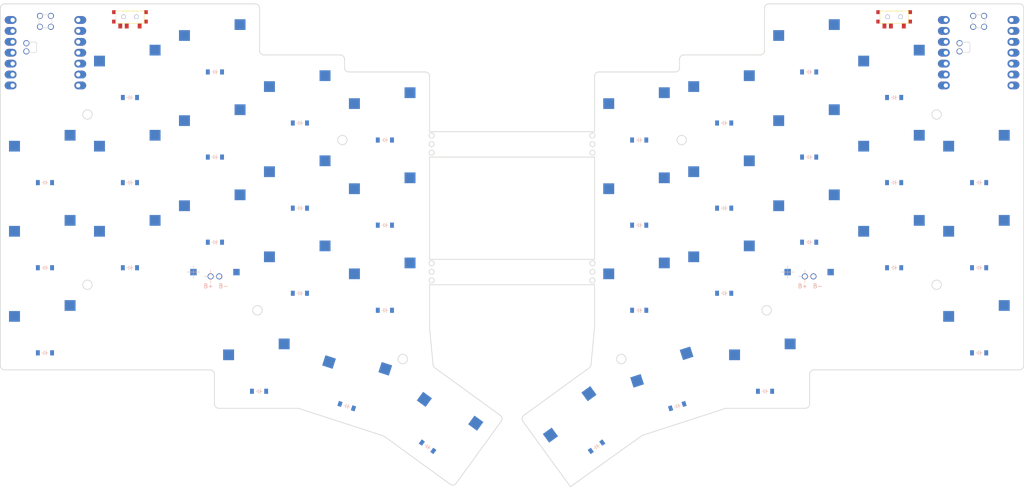
<source format=kicad_pcb>
(kicad_pcb (version 20171130) (host pcbnew 5.1.6)
  (title_block (title "main") (rev "v1.0.0") (company "Unknown"))
  (layers (0 F.Cu signal) (31 B.Cu signal) (34 B.Paste user) (35 F.Paste user) (36 B.SilkS user) (37 F.SilkS user) (38 B.Mask user) (39 F.Mask user) (44 Edge.Cuts user))
  (net 0 "")
  (net 1 "pinky_bottom")
  (net 2 "L_P5")
  (net 3 "pinky_home")
  (net 4 "pinky_top")
  (net 5 "ring_bottom")
  (net 6 "L_P3")
  (net 7 "ring_home")
  (net 8 "ring_top")
  (net 9 "middle_bottom")
  (net 10 "L_P2")
  (net 11 "middle_home")
  (net 12 "middle_top")
  (net 13 "index_bottom")
  (net 14 "L_P1")
  (net 15 "index_home")
  (net 16 "index_top")
  (net 17 "inner_bottom")
  (net 18 "L_P0")
  (net 19 "inner_home")
  (net 20 "inner_top")
  (net 21 "inner_thumb")
  (net 22 "middle_thumb")
  (net 23 "home_thumb")
  (net 24 "mirror_pinky_bottom")
  (net 25 "R_P5")
  (net 26 "mirror_pinky_home")
  (net 27 "mirror_pinky_top")
  (net 28 "mirror_ring_bottom")
  (net 29 "R_P3")
  (net 30 "mirror_ring_home")
  (net 31 "mirror_ring_top")
  (net 32 "mirror_middle_bottom")
  (net 33 "R_P2")
  (net 34 "mirror_middle_home")
  (net 35 "mirror_middle_top")
  (net 36 "mirror_index_bottom")
  (net 37 "R_P1")
  (net 38 "mirror_index_home")
  (net 39 "mirror_index_top")
  (net 40 "mirror_inner_bottom")
  (net 41 "R_P0")
  (net 42 "mirror_inner_home")
  (net 43 "mirror_inner_top")
  (net 44 "mirror_inner_thumb")
  (net 45 "mirror_middle_thumb")
  (net 46 "mirror_home_thumb")
  (net 47 "L_P10")
  (net 48 "L_P9")
  (net 49 "L_P8")
  (net 50 "L_P4")
  (net 51 "R_P10")
  (net 52 "R_P9")
  (net 53 "R_P8")
  (net 54 "R_P4")
  (net 55 "L_BAT+")
  (net 56 "L_GND")
  (net 57 "R_BAT+")
  (net 58 "R_GND")
  (net 59 "L_VCC5")
  (net 60 "L_VCC3")
  (net 61 "L_RST")
  (net 62 "L_RAW")
  (net 63 "L_NFC0")
  (net 64 "L_NFC1")
  (net 65 "L_CLK")
  (net 66 "L_DIO")
  (net 67 "L_P6")
  (net 68 "L_P7")
  (net 69 "R_VCC5")
  (net 70 "R_VCC3")
  (net 71 "R_RST")
  (net 72 "R_RAW")
  (net 73 "R_NFC0")
  (net 74 "R_NFC1")
  (net 75 "R_CLK")
  (net 76 "R_DIO")
  (net 77 "R_P6")
  (net 78 "R_P7")
  (module MX (layer F.Cu) (at 0 0 0)
    (fp_text reference "S1" hide)
    (fp_text value "" hide)
    (pad "" np_thru_hole circle (at 0 0) (size 3.9878 3.9878) (drill 3.9878) (layers *.Cu *.Mask))
    (pad "" np_thru_hole circle (at 5.08 0) (size 1.7018 1.7018) (drill 1.7018) (layers *.Cu *.Mask))
    (pad "" np_thru_hole circle (at -5.08 0) (size 1.7018 1.7018) (drill 1.7018) (layers *.Cu *.Mask))
    (pad "" np_thru_hole circle (at 2.54 -5.08) (size 3 3) (drill 3) (layers *.Cu *.Mask))
    (pad "" np_thru_hole circle (at -3.81 -2.54) (size 3 3) (drill 3) (layers *.Cu *.Mask))
    (pad 1 smd rect (at -7.085 -2.54 0) (size 2.55 2.5) (layers B.Cu B.Paste B.Mask) (net 1 "pinky_bottom"))
    (pad 2 smd rect (at 5.842 -5.08 0) (size 2.55 2.5) (layers B.Cu B.Paste B.Mask) (net 2 "L_P5"))
  )
  (module MX (layer F.Cu) (at 0 -19.812 0)
    (fp_text reference "S2" hide)
    (fp_text value "" hide)
    (pad "" np_thru_hole circle (at 0 0) (size 3.9878 3.9878) (drill 3.9878) (layers *.Cu *.Mask))
    (pad "" np_thru_hole circle (at 5.08 0) (size 1.7018 1.7018) (drill 1.7018) (layers *.Cu *.Mask))
    (pad "" np_thru_hole circle (at -5.08 0) (size 1.7018 1.7018) (drill 1.7018) (layers *.Cu *.Mask))
    (pad "" np_thru_hole circle (at 2.54 -5.08) (size 3 3) (drill 3) (layers *.Cu *.Mask))
    (pad "" np_thru_hole circle (at -3.81 -2.54) (size 3 3) (drill 3) (layers *.Cu *.Mask))
    (pad 1 smd rect (at -7.085 -2.54 0) (size 2.55 2.5) (layers B.Cu B.Paste B.Mask) (net 3 "pinky_home"))
    (pad 2 smd rect (at 5.842 -5.08 0) (size 2.55 2.5) (layers B.Cu B.Paste B.Mask) (net 2 "L_P5"))
  )
  (module MX (layer F.Cu) (at 0 -39.624 0)
    (fp_text reference "S3" hide)
    (fp_text value "" hide)
    (pad "" np_thru_hole circle (at 0 0) (size 3.9878 3.9878) (drill 3.9878) (layers *.Cu *.Mask))
    (pad "" np_thru_hole circle (at 5.08 0) (size 1.7018 1.7018) (drill 1.7018) (layers *.Cu *.Mask))
    (pad "" np_thru_hole circle (at -5.08 0) (size 1.7018 1.7018) (drill 1.7018) (layers *.Cu *.Mask))
    (pad "" np_thru_hole circle (at 2.54 -5.08) (size 3 3) (drill 3) (layers *.Cu *.Mask))
    (pad "" np_thru_hole circle (at -3.81 -2.54) (size 3 3) (drill 3) (layers *.Cu *.Mask))
    (pad 1 smd rect (at -7.085 -2.54 0) (size 2.55 2.5) (layers B.Cu B.Paste B.Mask) (net 4 "pinky_top"))
    (pad 2 smd rect (at 5.842 -5.08 0) (size 2.55 2.5) (layers B.Cu B.Paste B.Mask) (net 2 "L_P5"))
  )
  (module MX (layer F.Cu) (at 19.76 -19.812 0)
    (fp_text reference "S4" hide)
    (fp_text value "" hide)
    (pad "" np_thru_hole circle (at 0 0) (size 3.9878 3.9878) (drill 3.9878) (layers *.Cu *.Mask))
    (pad "" np_thru_hole circle (at 5.08 0) (size 1.7018 1.7018) (drill 1.7018) (layers *.Cu *.Mask))
    (pad "" np_thru_hole circle (at -5.08 0) (size 1.7018 1.7018) (drill 1.7018) (layers *.Cu *.Mask))
    (pad "" np_thru_hole circle (at 2.54 -5.08) (size 3 3) (drill 3) (layers *.Cu *.Mask))
    (pad "" np_thru_hole circle (at -3.81 -2.54) (size 3 3) (drill 3) (layers *.Cu *.Mask))
    (pad 1 smd rect (at -7.085 -2.54 0) (size 2.55 2.5) (layers B.Cu B.Paste B.Mask) (net 5 "ring_bottom"))
    (pad 2 smd rect (at 5.842 -5.08 0) (size 2.55 2.5) (layers B.Cu B.Paste B.Mask) (net 6 "L_P3"))
  )
  (module MX (layer F.Cu) (at 19.76 -39.624 0)
    (fp_text reference "S5" hide)
    (fp_text value "" hide)
    (pad "" np_thru_hole circle (at 0 0) (size 3.9878 3.9878) (drill 3.9878) (layers *.Cu *.Mask))
    (pad "" np_thru_hole circle (at 5.08 0) (size 1.7018 1.7018) (drill 1.7018) (layers *.Cu *.Mask))
    (pad "" np_thru_hole circle (at -5.08 0) (size 1.7018 1.7018) (drill 1.7018) (layers *.Cu *.Mask))
    (pad "" np_thru_hole circle (at 2.54 -5.08) (size 3 3) (drill 3) (layers *.Cu *.Mask))
    (pad "" np_thru_hole circle (at -3.81 -2.54) (size 3 3) (drill 3) (layers *.Cu *.Mask))
    (pad 1 smd rect (at -7.085 -2.54 0) (size 2.55 2.5) (layers B.Cu B.Paste B.Mask) (net 7 "ring_home"))
    (pad 2 smd rect (at 5.842 -5.08 0) (size 2.55 2.5) (layers B.Cu B.Paste B.Mask) (net 6 "L_P3"))
  )
  (module MX (layer F.Cu) (at 19.76 -59.43600000000001 0)
    (fp_text reference "S6" hide)
    (fp_text value "" hide)
    (pad "" np_thru_hole circle (at 0 0) (size 3.9878 3.9878) (drill 3.9878) (layers *.Cu *.Mask))
    (pad "" np_thru_hole circle (at 5.08 0) (size 1.7018 1.7018) (drill 1.7018) (layers *.Cu *.Mask))
    (pad "" np_thru_hole circle (at -5.08 0) (size 1.7018 1.7018) (drill 1.7018) (layers *.Cu *.Mask))
    (pad "" np_thru_hole circle (at 2.54 -5.08) (size 3 3) (drill 3) (layers *.Cu *.Mask))
    (pad "" np_thru_hole circle (at -3.81 -2.54) (size 3 3) (drill 3) (layers *.Cu *.Mask))
    (pad 1 smd rect (at -7.085 -2.54 0) (size 2.55 2.5) (layers B.Cu B.Paste B.Mask) (net 8 "ring_top"))
    (pad 2 smd rect (at 5.842 -5.08 0) (size 2.55 2.5) (layers B.Cu B.Paste B.Mask) (net 6 "L_P3"))
  )
  (module MX (layer F.Cu) (at 39.52 -25.7556 0)
    (fp_text reference "S7" hide)
    (fp_text value "" hide)
    (pad "" np_thru_hole circle (at 0 0) (size 3.9878 3.9878) (drill 3.9878) (layers *.Cu *.Mask))
    (pad "" np_thru_hole circle (at 5.08 0) (size 1.7018 1.7018) (drill 1.7018) (layers *.Cu *.Mask))
    (pad "" np_thru_hole circle (at -5.08 0) (size 1.7018 1.7018) (drill 1.7018) (layers *.Cu *.Mask))
    (pad "" np_thru_hole circle (at 2.54 -5.08) (size 3 3) (drill 3) (layers *.Cu *.Mask))
    (pad "" np_thru_hole circle (at -3.81 -2.54) (size 3 3) (drill 3) (layers *.Cu *.Mask))
    (pad 1 smd rect (at -7.085 -2.54 0) (size 2.55 2.5) (layers B.Cu B.Paste B.Mask) (net 9 "middle_bottom"))
    (pad 2 smd rect (at 5.842 -5.08 0) (size 2.55 2.5) (layers B.Cu B.Paste B.Mask) (net 10 "L_P2"))
  )
  (module MX (layer F.Cu) (at 39.52 -45.5676 0)
    (fp_text reference "S8" hide)
    (fp_text value "" hide)
    (pad "" np_thru_hole circle (at 0 0) (size 3.9878 3.9878) (drill 3.9878) (layers *.Cu *.Mask))
    (pad "" np_thru_hole circle (at 5.08 0) (size 1.7018 1.7018) (drill 1.7018) (layers *.Cu *.Mask))
    (pad "" np_thru_hole circle (at -5.08 0) (size 1.7018 1.7018) (drill 1.7018) (layers *.Cu *.Mask))
    (pad "" np_thru_hole circle (at 2.54 -5.08) (size 3 3) (drill 3) (layers *.Cu *.Mask))
    (pad "" np_thru_hole circle (at -3.81 -2.54) (size 3 3) (drill 3) (layers *.Cu *.Mask))
    (pad 1 smd rect (at -7.085 -2.54 0) (size 2.55 2.5) (layers B.Cu B.Paste B.Mask) (net 11 "middle_home"))
    (pad 2 smd rect (at 5.842 -5.08 0) (size 2.55 2.5) (layers B.Cu B.Paste B.Mask) (net 10 "L_P2"))
  )
  (module MX (layer F.Cu) (at 39.52 -65.3796 0)
    (fp_text reference "S9" hide)
    (fp_text value "" hide)
    (pad "" np_thru_hole circle (at 0 0) (size 3.9878 3.9878) (drill 3.9878) (layers *.Cu *.Mask))
    (pad "" np_thru_hole circle (at 5.08 0) (size 1.7018 1.7018) (drill 1.7018) (layers *.Cu *.Mask))
    (pad "" np_thru_hole circle (at -5.08 0) (size 1.7018 1.7018) (drill 1.7018) (layers *.Cu *.Mask))
    (pad "" np_thru_hole circle (at 2.54 -5.08) (size 3 3) (drill 3) (layers *.Cu *.Mask))
    (pad "" np_thru_hole circle (at -3.81 -2.54) (size 3 3) (drill 3) (layers *.Cu *.Mask))
    (pad 1 smd rect (at -7.085 -2.54 0) (size 2.55 2.5) (layers B.Cu B.Paste B.Mask) (net 12 "middle_top"))
    (pad 2 smd rect (at 5.842 -5.08 0) (size 2.55 2.5) (layers B.Cu B.Paste B.Mask) (net 10 "L_P2"))
  )
  (module MX (layer F.Cu) (at 59.28 -13.8684 0)
    (fp_text reference "S10" hide)
    (fp_text value "" hide)
    (pad "" np_thru_hole circle (at 0 0) (size 3.9878 3.9878) (drill 3.9878) (layers *.Cu *.Mask))
    (pad "" np_thru_hole circle (at 5.08 0) (size 1.7018 1.7018) (drill 1.7018) (layers *.Cu *.Mask))
    (pad "" np_thru_hole circle (at -5.08 0) (size 1.7018 1.7018) (drill 1.7018) (layers *.Cu *.Mask))
    (pad "" np_thru_hole circle (at 2.54 -5.08) (size 3 3) (drill 3) (layers *.Cu *.Mask))
    (pad "" np_thru_hole circle (at -3.81 -2.54) (size 3 3) (drill 3) (layers *.Cu *.Mask))
    (pad 1 smd rect (at -7.085 -2.54 0) (size 2.55 2.5) (layers B.Cu B.Paste B.Mask) (net 13 "index_bottom"))
    (pad 2 smd rect (at 5.842 -5.08 0) (size 2.55 2.5) (layers B.Cu B.Paste B.Mask) (net 14 "L_P1"))
  )
  (module MX (layer F.Cu) (at 59.28 -33.6804 0)
    (fp_text reference "S11" hide)
    (fp_text value "" hide)
    (pad "" np_thru_hole circle (at 0 0) (size 3.9878 3.9878) (drill 3.9878) (layers *.Cu *.Mask))
    (pad "" np_thru_hole circle (at 5.08 0) (size 1.7018 1.7018) (drill 1.7018) (layers *.Cu *.Mask))
    (pad "" np_thru_hole circle (at -5.08 0) (size 1.7018 1.7018) (drill 1.7018) (layers *.Cu *.Mask))
    (pad "" np_thru_hole circle (at 2.54 -5.08) (size 3 3) (drill 3) (layers *.Cu *.Mask))
    (pad "" np_thru_hole circle (at -3.81 -2.54) (size 3 3) (drill 3) (layers *.Cu *.Mask))
    (pad 1 smd rect (at -7.085 -2.54 0) (size 2.55 2.5) (layers B.Cu B.Paste B.Mask) (net 15 "index_home"))
    (pad 2 smd rect (at 5.842 -5.08 0) (size 2.55 2.5) (layers B.Cu B.Paste B.Mask) (net 14 "L_P1"))
  )
  (module MX (layer F.Cu) (at 59.28 -53.4924 0)
    (fp_text reference "S12" hide)
    (fp_text value "" hide)
    (pad "" np_thru_hole circle (at 0 0) (size 3.9878 3.9878) (drill 3.9878) (layers *.Cu *.Mask))
    (pad "" np_thru_hole circle (at 5.08 0) (size 1.7018 1.7018) (drill 1.7018) (layers *.Cu *.Mask))
    (pad "" np_thru_hole circle (at -5.08 0) (size 1.7018 1.7018) (drill 1.7018) (layers *.Cu *.Mask))
    (pad "" np_thru_hole circle (at 2.54 -5.08) (size 3 3) (drill 3) (layers *.Cu *.Mask))
    (pad "" np_thru_hole circle (at -3.81 -2.54) (size 3 3) (drill 3) (layers *.Cu *.Mask))
    (pad 1 smd rect (at -7.085 -2.54 0) (size 2.55 2.5) (layers B.Cu B.Paste B.Mask) (net 16 "index_top"))
    (pad 2 smd rect (at 5.842 -5.08 0) (size 2.55 2.5) (layers B.Cu B.Paste B.Mask) (net 14 "L_P1"))
  )
  (module MX (layer F.Cu) (at 79.04 -9.906 0)
    (fp_text reference "S13" hide)
    (fp_text value "" hide)
    (pad "" np_thru_hole circle (at 0 0) (size 3.9878 3.9878) (drill 3.9878) (layers *.Cu *.Mask))
    (pad "" np_thru_hole circle (at 5.08 0) (size 1.7018 1.7018) (drill 1.7018) (layers *.Cu *.Mask))
    (pad "" np_thru_hole circle (at -5.08 0) (size 1.7018 1.7018) (drill 1.7018) (layers *.Cu *.Mask))
    (pad "" np_thru_hole circle (at 2.54 -5.08) (size 3 3) (drill 3) (layers *.Cu *.Mask))
    (pad "" np_thru_hole circle (at -3.81 -2.54) (size 3 3) (drill 3) (layers *.Cu *.Mask))
    (pad 1 smd rect (at -7.085 -2.54 0) (size 2.55 2.5) (layers B.Cu B.Paste B.Mask) (net 17 "inner_bottom"))
    (pad 2 smd rect (at 5.842 -5.08 0) (size 2.55 2.5) (layers B.Cu B.Paste B.Mask) (net 18 "L_P0"))
  )
  (module MX (layer F.Cu) (at 79.04 -29.718000000000004 0)
    (fp_text reference "S14" hide)
    (fp_text value "" hide)
    (pad "" np_thru_hole circle (at 0 0) (size 3.9878 3.9878) (drill 3.9878) (layers *.Cu *.Mask))
    (pad "" np_thru_hole circle (at 5.08 0) (size 1.7018 1.7018) (drill 1.7018) (layers *.Cu *.Mask))
    (pad "" np_thru_hole circle (at -5.08 0) (size 1.7018 1.7018) (drill 1.7018) (layers *.Cu *.Mask))
    (pad "" np_thru_hole circle (at 2.54 -5.08) (size 3 3) (drill 3) (layers *.Cu *.Mask))
    (pad "" np_thru_hole circle (at -3.81 -2.54) (size 3 3) (drill 3) (layers *.Cu *.Mask))
    (pad 1 smd rect (at -7.085 -2.54 0) (size 2.55 2.5) (layers B.Cu B.Paste B.Mask) (net 19 "inner_home"))
    (pad 2 smd rect (at 5.842 -5.08 0) (size 2.55 2.5) (layers B.Cu B.Paste B.Mask) (net 18 "L_P0"))
  )
  (module MX (layer F.Cu) (at 79.04 -49.53 0)
    (fp_text reference "S15" hide)
    (fp_text value "" hide)
    (pad "" np_thru_hole circle (at 0 0) (size 3.9878 3.9878) (drill 3.9878) (layers *.Cu *.Mask))
    (pad "" np_thru_hole circle (at 5.08 0) (size 1.7018 1.7018) (drill 1.7018) (layers *.Cu *.Mask))
    (pad "" np_thru_hole circle (at -5.08 0) (size 1.7018 1.7018) (drill 1.7018) (layers *.Cu *.Mask))
    (pad "" np_thru_hole circle (at 2.54 -5.08) (size 3 3) (drill 3) (layers *.Cu *.Mask))
    (pad "" np_thru_hole circle (at -3.81 -2.54) (size 3 3) (drill 3) (layers *.Cu *.Mask))
    (pad 1 smd rect (at -7.085 -2.54 0) (size 2.55 2.5) (layers B.Cu B.Paste B.Mask) (net 20 "inner_top"))
    (pad 2 smd rect (at 5.842 -5.08 0) (size 2.55 2.5) (layers B.Cu B.Paste B.Mask) (net 18 "L_P0"))
  )
  (module MX (layer F.Cu) (at 49.78 8.943600000000002 0)
    (fp_text reference "S16" hide)
    (fp_text value "" hide)
    (pad "" np_thru_hole circle (at 0 0) (size 3.9878 3.9878) (drill 3.9878) (layers *.Cu *.Mask))
    (pad "" np_thru_hole circle (at 5.08 0) (size 1.7018 1.7018) (drill 1.7018) (layers *.Cu *.Mask))
    (pad "" np_thru_hole circle (at -5.08 0) (size 1.7018 1.7018) (drill 1.7018) (layers *.Cu *.Mask))
    (pad "" np_thru_hole circle (at 2.54 -5.08) (size 3 3) (drill 3) (layers *.Cu *.Mask))
    (pad "" np_thru_hole circle (at -3.81 -2.54) (size 3 3) (drill 3) (layers *.Cu *.Mask))
    (pad 1 smd rect (at -7.085 -2.54 0) (size 2.55 2.5) (layers B.Cu B.Paste B.Mask) (net 21 "inner_thumb"))
    (pad 2 smd rect (at 5.842 -5.08 0) (size 2.55 2.5) (layers B.Cu B.Paste B.Mask) (net 10 "L_P2"))
  )
  (module MX (layer F.Cu) (at 72.0034502 12.688117700000001 -18)
    (fp_text reference "S17" hide)
    (fp_text value "" hide)
    (pad "" np_thru_hole circle (at 0 0) (size 3.9878 3.9878) (drill 3.9878) (layers *.Cu *.Mask))
    (pad "" np_thru_hole circle (at 5.08 0) (size 1.7018 1.7018) (drill 1.7018) (layers *.Cu *.Mask))
    (pad "" np_thru_hole circle (at -5.08 0) (size 1.7018 1.7018) (drill 1.7018) (layers *.Cu *.Mask))
    (pad "" np_thru_hole circle (at 2.54 -5.08) (size 3 3) (drill 3) (layers *.Cu *.Mask))
    (pad "" np_thru_hole circle (at -3.81 -2.54) (size 3 3) (drill 3) (layers *.Cu *.Mask))
    (pad 1 smd rect (at -7.085 -2.54 -18) (size 2.55 2.5) (layers B.Cu B.Paste B.Mask) (net 22 "middle_thumb"))
    (pad 2 smd rect (at 5.842 -5.08 -18) (size 2.55 2.5) (layers B.Cu B.Paste B.Mask) (net 14 "L_P1"))
  )
  (module MX (layer F.Cu) (at 92.45387170000001 22.988125800000002 -36)
    (fp_text reference "S18" hide)
    (fp_text value "" hide)
    (pad "" np_thru_hole circle (at 0 0) (size 3.9878 3.9878) (drill 3.9878) (layers *.Cu *.Mask))
    (pad "" np_thru_hole circle (at 5.08 0) (size 1.7018 1.7018) (drill 1.7018) (layers *.Cu *.Mask))
    (pad "" np_thru_hole circle (at -5.08 0) (size 1.7018 1.7018) (drill 1.7018) (layers *.Cu *.Mask))
    (pad "" np_thru_hole circle (at 2.54 -5.08) (size 3 3) (drill 3) (layers *.Cu *.Mask))
    (pad "" np_thru_hole circle (at -3.81 -2.54) (size 3 3) (drill 3) (layers *.Cu *.Mask))
    (pad 1 smd rect (at -7.085 -2.54 -36) (size 2.55 2.5) (layers B.Cu B.Paste B.Mask) (net 23 "home_thumb"))
    (pad 2 smd rect (at 5.842 -5.08 -36) (size 2.55 2.5) (layers B.Cu B.Paste B.Mask) (net 18 "L_P0"))
  )
  (module MX (layer F.Cu) (at 217.20774340000003 0 0)
    (fp_text reference "S19" hide)
    (fp_text value "" hide)
    (pad "" np_thru_hole circle (at 0 0) (size 3.9878 3.9878) (drill 3.9878) (layers *.Cu *.Mask))
    (pad "" np_thru_hole circle (at 5.08 0) (size 1.7018 1.7018) (drill 1.7018) (layers *.Cu *.Mask))
    (pad "" np_thru_hole circle (at -5.08 0) (size 1.7018 1.7018) (drill 1.7018) (layers *.Cu *.Mask))
    (pad "" np_thru_hole circle (at 2.54 -5.08) (size 3 3) (drill 3) (layers *.Cu *.Mask))
    (pad "" np_thru_hole circle (at -3.81 -2.54) (size 3 3) (drill 3) (layers *.Cu *.Mask))
    (pad 1 smd rect (at -7.085 -2.54 0) (size 2.55 2.5) (layers B.Cu B.Paste B.Mask) (net 24 "mirror_pinky_bottom"))
    (pad 2 smd rect (at 5.842 -5.08 0) (size 2.55 2.5) (layers B.Cu B.Paste B.Mask) (net 25 "R_P5"))
  )
  (module MX (layer F.Cu) (at 217.20774340000003 -19.812 0)
    (fp_text reference "S20" hide)
    (fp_text value "" hide)
    (pad "" np_thru_hole circle (at 0 0) (size 3.9878 3.9878) (drill 3.9878) (layers *.Cu *.Mask))
    (pad "" np_thru_hole circle (at 5.08 0) (size 1.7018 1.7018) (drill 1.7018) (layers *.Cu *.Mask))
    (pad "" np_thru_hole circle (at -5.08 0) (size 1.7018 1.7018) (drill 1.7018) (layers *.Cu *.Mask))
    (pad "" np_thru_hole circle (at 2.54 -5.08) (size 3 3) (drill 3) (layers *.Cu *.Mask))
    (pad "" np_thru_hole circle (at -3.81 -2.54) (size 3 3) (drill 3) (layers *.Cu *.Mask))
    (pad 1 smd rect (at -7.085 -2.54 0) (size 2.55 2.5) (layers B.Cu B.Paste B.Mask) (net 26 "mirror_pinky_home"))
    (pad 2 smd rect (at 5.842 -5.08 0) (size 2.55 2.5) (layers B.Cu B.Paste B.Mask) (net 25 "R_P5"))
  )
  (module MX (layer F.Cu) (at 217.20774340000003 -39.624 0)
    (fp_text reference "S21" hide)
    (fp_text value "" hide)
    (pad "" np_thru_hole circle (at 0 0) (size 3.9878 3.9878) (drill 3.9878) (layers *.Cu *.Mask))
    (pad "" np_thru_hole circle (at 5.08 0) (size 1.7018 1.7018) (drill 1.7018) (layers *.Cu *.Mask))
    (pad "" np_thru_hole circle (at -5.08 0) (size 1.7018 1.7018) (drill 1.7018) (layers *.Cu *.Mask))
    (pad "" np_thru_hole circle (at 2.54 -5.08) (size 3 3) (drill 3) (layers *.Cu *.Mask))
    (pad "" np_thru_hole circle (at -3.81 -2.54) (size 3 3) (drill 3) (layers *.Cu *.Mask))
    (pad 1 smd rect (at -7.085 -2.54 0) (size 2.55 2.5) (layers B.Cu B.Paste B.Mask) (net 27 "mirror_pinky_top"))
    (pad 2 smd rect (at 5.842 -5.08 0) (size 2.55 2.5) (layers B.Cu B.Paste B.Mask) (net 25 "R_P5"))
  )
  (module MX (layer F.Cu) (at 197.44774340000004 -19.812 0)
    (fp_text reference "S22" hide)
    (fp_text value "" hide)
    (pad "" np_thru_hole circle (at 0 0) (size 3.9878 3.9878) (drill 3.9878) (layers *.Cu *.Mask))
    (pad "" np_thru_hole circle (at 5.08 0) (size 1.7018 1.7018) (drill 1.7018) (layers *.Cu *.Mask))
    (pad "" np_thru_hole circle (at -5.08 0) (size 1.7018 1.7018) (drill 1.7018) (layers *.Cu *.Mask))
    (pad "" np_thru_hole circle (at 2.54 -5.08) (size 3 3) (drill 3) (layers *.Cu *.Mask))
    (pad "" np_thru_hole circle (at -3.81 -2.54) (size 3 3) (drill 3) (layers *.Cu *.Mask))
    (pad 1 smd rect (at -7.085 -2.54 0) (size 2.55 2.5) (layers B.Cu B.Paste B.Mask) (net 28 "mirror_ring_bottom"))
    (pad 2 smd rect (at 5.842 -5.08 0) (size 2.55 2.5) (layers B.Cu B.Paste B.Mask) (net 29 "R_P3"))
  )
  (module MX (layer F.Cu) (at 197.44774340000004 -39.624 0)
    (fp_text reference "S23" hide)
    (fp_text value "" hide)
    (pad "" np_thru_hole circle (at 0 0) (size 3.9878 3.9878) (drill 3.9878) (layers *.Cu *.Mask))
    (pad "" np_thru_hole circle (at 5.08 0) (size 1.7018 1.7018) (drill 1.7018) (layers *.Cu *.Mask))
    (pad "" np_thru_hole circle (at -5.08 0) (size 1.7018 1.7018) (drill 1.7018) (layers *.Cu *.Mask))
    (pad "" np_thru_hole circle (at 2.54 -5.08) (size 3 3) (drill 3) (layers *.Cu *.Mask))
    (pad "" np_thru_hole circle (at -3.81 -2.54) (size 3 3) (drill 3) (layers *.Cu *.Mask))
    (pad 1 smd rect (at -7.085 -2.54 0) (size 2.55 2.5) (layers B.Cu B.Paste B.Mask) (net 30 "mirror_ring_home"))
    (pad 2 smd rect (at 5.842 -5.08 0) (size 2.55 2.5) (layers B.Cu B.Paste B.Mask) (net 29 "R_P3"))
  )
  (module MX (layer F.Cu) (at 197.44774340000004 -59.43600000000001 0)
    (fp_text reference "S24" hide)
    (fp_text value "" hide)
    (pad "" np_thru_hole circle (at 0 0) (size 3.9878 3.9878) (drill 3.9878) (layers *.Cu *.Mask))
    (pad "" np_thru_hole circle (at 5.08 0) (size 1.7018 1.7018) (drill 1.7018) (layers *.Cu *.Mask))
    (pad "" np_thru_hole circle (at -5.08 0) (size 1.7018 1.7018) (drill 1.7018) (layers *.Cu *.Mask))
    (pad "" np_thru_hole circle (at 2.54 -5.08) (size 3 3) (drill 3) (layers *.Cu *.Mask))
    (pad "" np_thru_hole circle (at -3.81 -2.54) (size 3 3) (drill 3) (layers *.Cu *.Mask))
    (pad 1 smd rect (at -7.085 -2.54 0) (size 2.55 2.5) (layers B.Cu B.Paste B.Mask) (net 31 "mirror_ring_top"))
    (pad 2 smd rect (at 5.842 -5.08 0) (size 2.55 2.5) (layers B.Cu B.Paste B.Mask) (net 29 "R_P3"))
  )
  (module MX (layer F.Cu) (at 177.68774340000002 -25.7556 0)
    (fp_text reference "S25" hide)
    (fp_text value "" hide)
    (pad "" np_thru_hole circle (at 0 0) (size 3.9878 3.9878) (drill 3.9878) (layers *.Cu *.Mask))
    (pad "" np_thru_hole circle (at 5.08 0) (size 1.7018 1.7018) (drill 1.7018) (layers *.Cu *.Mask))
    (pad "" np_thru_hole circle (at -5.08 0) (size 1.7018 1.7018) (drill 1.7018) (layers *.Cu *.Mask))
    (pad "" np_thru_hole circle (at 2.54 -5.08) (size 3 3) (drill 3) (layers *.Cu *.Mask))
    (pad "" np_thru_hole circle (at -3.81 -2.54) (size 3 3) (drill 3) (layers *.Cu *.Mask))
    (pad 1 smd rect (at -7.085 -2.54 0) (size 2.55 2.5) (layers B.Cu B.Paste B.Mask) (net 32 "mirror_middle_bottom"))
    (pad 2 smd rect (at 5.842 -5.08 0) (size 2.55 2.5) (layers B.Cu B.Paste B.Mask) (net 33 "R_P2"))
  )
  (module MX (layer F.Cu) (at 177.68774340000002 -45.5676 0)
    (fp_text reference "S26" hide)
    (fp_text value "" hide)
    (pad "" np_thru_hole circle (at 0 0) (size 3.9878 3.9878) (drill 3.9878) (layers *.Cu *.Mask))
    (pad "" np_thru_hole circle (at 5.08 0) (size 1.7018 1.7018) (drill 1.7018) (layers *.Cu *.Mask))
    (pad "" np_thru_hole circle (at -5.08 0) (size 1.7018 1.7018) (drill 1.7018) (layers *.Cu *.Mask))
    (pad "" np_thru_hole circle (at 2.54 -5.08) (size 3 3) (drill 3) (layers *.Cu *.Mask))
    (pad "" np_thru_hole circle (at -3.81 -2.54) (size 3 3) (drill 3) (layers *.Cu *.Mask))
    (pad 1 smd rect (at -7.085 -2.54 0) (size 2.55 2.5) (layers B.Cu B.Paste B.Mask) (net 34 "mirror_middle_home"))
    (pad 2 smd rect (at 5.842 -5.08 0) (size 2.55 2.5) (layers B.Cu B.Paste B.Mask) (net 33 "R_P2"))
  )
  (module MX (layer F.Cu) (at 177.68774340000002 -65.3796 0)
    (fp_text reference "S27" hide)
    (fp_text value "" hide)
    (pad "" np_thru_hole circle (at 0 0) (size 3.9878 3.9878) (drill 3.9878) (layers *.Cu *.Mask))
    (pad "" np_thru_hole circle (at 5.08 0) (size 1.7018 1.7018) (drill 1.7018) (layers *.Cu *.Mask))
    (pad "" np_thru_hole circle (at -5.08 0) (size 1.7018 1.7018) (drill 1.7018) (layers *.Cu *.Mask))
    (pad "" np_thru_hole circle (at 2.54 -5.08) (size 3 3) (drill 3) (layers *.Cu *.Mask))
    (pad "" np_thru_hole circle (at -3.81 -2.54) (size 3 3) (drill 3) (layers *.Cu *.Mask))
    (pad 1 smd rect (at -7.085 -2.54 0) (size 2.55 2.5) (layers B.Cu B.Paste B.Mask) (net 35 "mirror_middle_top"))
    (pad 2 smd rect (at 5.842 -5.08 0) (size 2.55 2.5) (layers B.Cu B.Paste B.Mask) (net 33 "R_P2"))
  )
  (module MX (layer F.Cu) (at 157.92774340000003 -13.8684 0)
    (fp_text reference "S28" hide)
    (fp_text value "" hide)
    (pad "" np_thru_hole circle (at 0 0) (size 3.9878 3.9878) (drill 3.9878) (layers *.Cu *.Mask))
    (pad "" np_thru_hole circle (at 5.08 0) (size 1.7018 1.7018) (drill 1.7018) (layers *.Cu *.Mask))
    (pad "" np_thru_hole circle (at -5.08 0) (size 1.7018 1.7018) (drill 1.7018) (layers *.Cu *.Mask))
    (pad "" np_thru_hole circle (at 2.54 -5.08) (size 3 3) (drill 3) (layers *.Cu *.Mask))
    (pad "" np_thru_hole circle (at -3.81 -2.54) (size 3 3) (drill 3) (layers *.Cu *.Mask))
    (pad 1 smd rect (at -7.085 -2.54 0) (size 2.55 2.5) (layers B.Cu B.Paste B.Mask) (net 36 "mirror_index_bottom"))
    (pad 2 smd rect (at 5.842 -5.08 0) (size 2.55 2.5) (layers B.Cu B.Paste B.Mask) (net 37 "R_P1"))
  )
  (module MX (layer F.Cu) (at 157.92774340000003 -33.6804 0)
    (fp_text reference "S29" hide)
    (fp_text value "" hide)
    (pad "" np_thru_hole circle (at 0 0) (size 3.9878 3.9878) (drill 3.9878) (layers *.Cu *.Mask))
    (pad "" np_thru_hole circle (at 5.08 0) (size 1.7018 1.7018) (drill 1.7018) (layers *.Cu *.Mask))
    (pad "" np_thru_hole circle (at -5.08 0) (size 1.7018 1.7018) (drill 1.7018) (layers *.Cu *.Mask))
    (pad "" np_thru_hole circle (at 2.54 -5.08) (size 3 3) (drill 3) (layers *.Cu *.Mask))
    (pad "" np_thru_hole circle (at -3.81 -2.54) (size 3 3) (drill 3) (layers *.Cu *.Mask))
    (pad 1 smd rect (at -7.085 -2.54 0) (size 2.55 2.5) (layers B.Cu B.Paste B.Mask) (net 38 "mirror_index_home"))
    (pad 2 smd rect (at 5.842 -5.08 0) (size 2.55 2.5) (layers B.Cu B.Paste B.Mask) (net 37 "R_P1"))
  )
  (module MX (layer F.Cu) (at 157.92774340000003 -53.4924 0)
    (fp_text reference "S30" hide)
    (fp_text value "" hide)
    (pad "" np_thru_hole circle (at 0 0) (size 3.9878 3.9878) (drill 3.9878) (layers *.Cu *.Mask))
    (pad "" np_thru_hole circle (at 5.08 0) (size 1.7018 1.7018) (drill 1.7018) (layers *.Cu *.Mask))
    (pad "" np_thru_hole circle (at -5.08 0) (size 1.7018 1.7018) (drill 1.7018) (layers *.Cu *.Mask))
    (pad "" np_thru_hole circle (at 2.54 -5.08) (size 3 3) (drill 3) (layers *.Cu *.Mask))
    (pad "" np_thru_hole circle (at -3.81 -2.54) (size 3 3) (drill 3) (layers *.Cu *.Mask))
    (pad 1 smd rect (at -7.085 -2.54 0) (size 2.55 2.5) (layers B.Cu B.Paste B.Mask) (net 39 "mirror_index_top"))
    (pad 2 smd rect (at 5.842 -5.08 0) (size 2.55 2.5) (layers B.Cu B.Paste B.Mask) (net 37 "R_P1"))
  )
  (module MX (layer F.Cu) (at 138.1677434 -9.906 0)
    (fp_text reference "S31" hide)
    (fp_text value "" hide)
    (pad "" np_thru_hole circle (at 0 0) (size 3.9878 3.9878) (drill 3.9878) (layers *.Cu *.Mask))
    (pad "" np_thru_hole circle (at 5.08 0) (size 1.7018 1.7018) (drill 1.7018) (layers *.Cu *.Mask))
    (pad "" np_thru_hole circle (at -5.08 0) (size 1.7018 1.7018) (drill 1.7018) (layers *.Cu *.Mask))
    (pad "" np_thru_hole circle (at 2.54 -5.08) (size 3 3) (drill 3) (layers *.Cu *.Mask))
    (pad "" np_thru_hole circle (at -3.81 -2.54) (size 3 3) (drill 3) (layers *.Cu *.Mask))
    (pad 1 smd rect (at -7.085 -2.54 0) (size 2.55 2.5) (layers B.Cu B.Paste B.Mask) (net 40 "mirror_inner_bottom"))
    (pad 2 smd rect (at 5.842 -5.08 0) (size 2.55 2.5) (layers B.Cu B.Paste B.Mask) (net 41 "R_P0"))
  )
  (module MX (layer F.Cu) (at 138.1677434 -29.718000000000004 0)
    (fp_text reference "S32" hide)
    (fp_text value "" hide)
    (pad "" np_thru_hole circle (at 0 0) (size 3.9878 3.9878) (drill 3.9878) (layers *.Cu *.Mask))
    (pad "" np_thru_hole circle (at 5.08 0) (size 1.7018 1.7018) (drill 1.7018) (layers *.Cu *.Mask))
    (pad "" np_thru_hole circle (at -5.08 0) (size 1.7018 1.7018) (drill 1.7018) (layers *.Cu *.Mask))
    (pad "" np_thru_hole circle (at 2.54 -5.08) (size 3 3) (drill 3) (layers *.Cu *.Mask))
    (pad "" np_thru_hole circle (at -3.81 -2.54) (size 3 3) (drill 3) (layers *.Cu *.Mask))
    (pad 1 smd rect (at -7.085 -2.54 0) (size 2.55 2.5) (layers B.Cu B.Paste B.Mask) (net 42 "mirror_inner_home"))
    (pad 2 smd rect (at 5.842 -5.08 0) (size 2.55 2.5) (layers B.Cu B.Paste B.Mask) (net 41 "R_P0"))
  )
  (module MX (layer F.Cu) (at 138.1677434 -49.53 0)
    (fp_text reference "S33" hide)
    (fp_text value "" hide)
    (pad "" np_thru_hole circle (at 0 0) (size 3.9878 3.9878) (drill 3.9878) (layers *.Cu *.Mask))
    (pad "" np_thru_hole circle (at 5.08 0) (size 1.7018 1.7018) (drill 1.7018) (layers *.Cu *.Mask))
    (pad "" np_thru_hole circle (at -5.08 0) (size 1.7018 1.7018) (drill 1.7018) (layers *.Cu *.Mask))
    (pad "" np_thru_hole circle (at 2.54 -5.08) (size 3 3) (drill 3) (layers *.Cu *.Mask))
    (pad "" np_thru_hole circle (at -3.81 -2.54) (size 3 3) (drill 3) (layers *.Cu *.Mask))
    (pad 1 smd rect (at -7.085 -2.54 0) (size 2.55 2.5) (layers B.Cu B.Paste B.Mask) (net 43 "mirror_inner_top"))
    (pad 2 smd rect (at 5.842 -5.08 0) (size 2.55 2.5) (layers B.Cu B.Paste B.Mask) (net 41 "R_P0"))
  )
  (module MX (layer F.Cu) (at 167.42774340000003 8.943600000000002 0)
    (fp_text reference "S34" hide)
    (fp_text value "" hide)
    (pad "" np_thru_hole circle (at 0 0) (size 3.9878 3.9878) (drill 3.9878) (layers *.Cu *.Mask))
    (pad "" np_thru_hole circle (at 5.08 0) (size 1.7018 1.7018) (drill 1.7018) (layers *.Cu *.Mask))
    (pad "" np_thru_hole circle (at -5.08 0) (size 1.7018 1.7018) (drill 1.7018) (layers *.Cu *.Mask))
    (pad "" np_thru_hole circle (at 2.54 -5.08) (size 3 3) (drill 3) (layers *.Cu *.Mask))
    (pad "" np_thru_hole circle (at -3.81 -2.54) (size 3 3) (drill 3) (layers *.Cu *.Mask))
    (pad 1 smd rect (at -7.085 -2.54 0) (size 2.55 2.5) (layers B.Cu B.Paste B.Mask) (net 44 "mirror_inner_thumb"))
    (pad 2 smd rect (at 5.842 -5.08 0) (size 2.55 2.5) (layers B.Cu B.Paste B.Mask) (net 33 "R_P2"))
  )
  (module MX (layer F.Cu) (at 145.20429320000002 12.688117700000001 18)
    (fp_text reference "S35" hide)
    (fp_text value "" hide)
    (pad "" np_thru_hole circle (at 0 0) (size 3.9878 3.9878) (drill 3.9878) (layers *.Cu *.Mask))
    (pad "" np_thru_hole circle (at 5.08 0) (size 1.7018 1.7018) (drill 1.7018) (layers *.Cu *.Mask))
    (pad "" np_thru_hole circle (at -5.08 0) (size 1.7018 1.7018) (drill 1.7018) (layers *.Cu *.Mask))
    (pad "" np_thru_hole circle (at 2.54 -5.08) (size 3 3) (drill 3) (layers *.Cu *.Mask))
    (pad "" np_thru_hole circle (at -3.81 -2.54) (size 3 3) (drill 3) (layers *.Cu *.Mask))
    (pad 1 smd rect (at -7.085 -2.54 18) (size 2.55 2.5) (layers B.Cu B.Paste B.Mask) (net 45 "mirror_middle_thumb"))
    (pad 2 smd rect (at 5.842 -5.08 18) (size 2.55 2.5) (layers B.Cu B.Paste B.Mask) (net 37 "R_P1"))
  )
  (module MX (layer F.Cu) (at 124.75387170000002 22.988125800000002 36)
    (fp_text reference "S36" hide)
    (fp_text value "" hide)
    (pad "" np_thru_hole circle (at 0 0) (size 3.9878 3.9878) (drill 3.9878) (layers *.Cu *.Mask))
    (pad "" np_thru_hole circle (at 5.08 0) (size 1.7018 1.7018) (drill 1.7018) (layers *.Cu *.Mask))
    (pad "" np_thru_hole circle (at -5.08 0) (size 1.7018 1.7018) (drill 1.7018) (layers *.Cu *.Mask))
    (pad "" np_thru_hole circle (at 2.54 -5.08) (size 3 3) (drill 3) (layers *.Cu *.Mask))
    (pad "" np_thru_hole circle (at -3.81 -2.54) (size 3 3) (drill 3) (layers *.Cu *.Mask))
    (pad 1 smd rect (at -7.085 -2.54 36) (size 2.55 2.5) (layers B.Cu B.Paste B.Mask) (net 46 "mirror_home_thumb"))
    (pad 2 smd rect (at 5.842 -5.08 36) (size 2.55 2.5) (layers B.Cu B.Paste B.Mask) (net 41 "R_P0"))
  )
  (module ComboDiode (layer B.Cu) (at 0 5.9436 180)
    (fp_text reference "D1" hide)
    (fp_text value "" hide)
    (pad 1 smd rect (at -1.65 0 180) (size 0.9 1.2) (layers B.Cu B.Paste B.Mask) (net 47 "L_P10"))
    (pad 2 smd rect (at 1.65 0 180) (size 0.9 1.2) (layers B.Cu B.Paste B.Mask) (net 1 "pinky_bottom"))
  )
  (module ComboDiode (layer B.Cu) (at 0 -13.868400000000001 180)
    (fp_text reference "D2" hide)
    (fp_text value "" hide)
    (pad 1 smd rect (at -1.65 0 180) (size 0.9 1.2) (layers B.Cu B.Paste B.Mask) (net 48 "L_P9"))
    (pad 2 smd rect (at 1.65 0 180) (size 0.9 1.2) (layers B.Cu B.Paste B.Mask) (net 3 "pinky_home"))
  )
  (module ComboDiode (layer B.Cu) (at 0 -33.680400000000006 180)
    (fp_text reference "D3" hide)
    (fp_text value "" hide)
    (pad 1 smd rect (at -1.65 0 180) (size 0.9 1.2) (layers B.Cu B.Paste B.Mask) (net 49 "L_P8"))
    (pad 2 smd rect (at 1.65 0 180) (size 0.9 1.2) (layers B.Cu B.Paste B.Mask) (net 4 "pinky_top"))
  )
  (module ComboDiode (layer B.Cu) (at 19.76 -13.868400000000001 180)
    (fp_text reference "D4" hide)
    (fp_text value "" hide)
    (pad 1 smd rect (at -1.65 0 180) (size 0.9 1.2) (layers B.Cu B.Paste B.Mask) (net 47 "L_P10"))
    (pad 2 smd rect (at 1.65 0 180) (size 0.9 1.2) (layers B.Cu B.Paste B.Mask) (net 5 "ring_bottom"))
  )
  (module ComboDiode (layer B.Cu) (at 19.76 -33.680400000000006 180)
    (fp_text reference "D5" hide)
    (fp_text value "" hide)
    (pad 1 smd rect (at -1.65 0 180) (size 0.9 1.2) (layers B.Cu B.Paste B.Mask) (net 48 "L_P9"))
    (pad 2 smd rect (at 1.65 0 180) (size 0.9 1.2) (layers B.Cu B.Paste B.Mask) (net 7 "ring_home"))
  )
  (module ComboDiode (layer B.Cu) (at 19.76 -53.4924 180)
    (fp_text reference "D6" hide)
    (fp_text value "" hide)
    (pad 1 smd rect (at -1.65 0 180) (size 0.9 1.2) (layers B.Cu B.Paste B.Mask) (net 49 "L_P8"))
    (pad 2 smd rect (at 1.65 0 180) (size 0.9 1.2) (layers B.Cu B.Paste B.Mask) (net 8 "ring_top"))
  )
  (module ComboDiode (layer B.Cu) (at 39.52 -19.812 180)
    (fp_text reference "D7" hide)
    (fp_text value "" hide)
    (pad 1 smd rect (at -1.65 0 180) (size 0.9 1.2) (layers B.Cu B.Paste B.Mask) (net 47 "L_P10"))
    (pad 2 smd rect (at 1.65 0 180) (size 0.9 1.2) (layers B.Cu B.Paste B.Mask) (net 9 "middle_bottom"))
  )
  (module ComboDiode (layer B.Cu) (at 39.52 -39.623999999999995 180)
    (fp_text reference "D8" hide)
    (fp_text value "" hide)
    (pad 1 smd rect (at -1.65 0 180) (size 0.9 1.2) (layers B.Cu B.Paste B.Mask) (net 48 "L_P9"))
    (pad 2 smd rect (at 1.65 0 180) (size 0.9 1.2) (layers B.Cu B.Paste B.Mask) (net 11 "middle_home"))
  )
  (module ComboDiode (layer B.Cu) (at 39.52 -59.43599999999999 180)
    (fp_text reference "D9" hide)
    (fp_text value "" hide)
    (pad 1 smd rect (at -1.65 0 180) (size 0.9 1.2) (layers B.Cu B.Paste B.Mask) (net 49 "L_P8"))
    (pad 2 smd rect (at 1.65 0 180) (size 0.9 1.2) (layers B.Cu B.Paste B.Mask) (net 12 "middle_top"))
  )
  (module ComboDiode (layer B.Cu) (at 59.28 -7.924799999999999 180)
    (fp_text reference "D10" hide)
    (fp_text value "" hide)
    (pad 1 smd rect (at -1.65 0 180) (size 0.9 1.2) (layers B.Cu B.Paste B.Mask) (net 47 "L_P10"))
    (pad 2 smd rect (at 1.65 0 180) (size 0.9 1.2) (layers B.Cu B.Paste B.Mask) (net 13 "index_bottom"))
  )
  (module ComboDiode (layer B.Cu) (at 59.28 -27.7368 180)
    (fp_text reference "D11" hide)
    (fp_text value "" hide)
    (pad 1 smd rect (at -1.65 0 180) (size 0.9 1.2) (layers B.Cu B.Paste B.Mask) (net 48 "L_P9"))
    (pad 2 smd rect (at 1.65 0 180) (size 0.9 1.2) (layers B.Cu B.Paste B.Mask) (net 15 "index_home"))
  )
  (module ComboDiode (layer B.Cu) (at 59.28 -47.5488 180)
    (fp_text reference "D12" hide)
    (fp_text value "" hide)
    (pad 1 smd rect (at -1.65 0 180) (size 0.9 1.2) (layers B.Cu B.Paste B.Mask) (net 49 "L_P8"))
    (pad 2 smd rect (at 1.65 0 180) (size 0.9 1.2) (layers B.Cu B.Paste B.Mask) (net 16 "index_top"))
  )
  (module ComboDiode (layer B.Cu) (at 79.04 -3.9624000000000006 180)
    (fp_text reference "D13" hide)
    (fp_text value "" hide)
    (pad 1 smd rect (at -1.65 0 180) (size 0.9 1.2) (layers B.Cu B.Paste B.Mask) (net 47 "L_P10"))
    (pad 2 smd rect (at 1.65 0 180) (size 0.9 1.2) (layers B.Cu B.Paste B.Mask) (net 17 "inner_bottom"))
  )
  (module ComboDiode (layer B.Cu) (at 79.04 -23.774400000000004 180)
    (fp_text reference "D14" hide)
    (fp_text value "" hide)
    (pad 1 smd rect (at -1.65 0 180) (size 0.9 1.2) (layers B.Cu B.Paste B.Mask) (net 48 "L_P9"))
    (pad 2 smd rect (at 1.65 0 180) (size 0.9 1.2) (layers B.Cu B.Paste B.Mask) (net 19 "inner_home"))
  )
  (module ComboDiode (layer B.Cu) (at 79.04 -43.5864 180)
    (fp_text reference "D15" hide)
    (fp_text value "" hide)
    (pad 1 smd rect (at -1.65 0 180) (size 0.9 1.2) (layers B.Cu B.Paste B.Mask) (net 49 "L_P8"))
    (pad 2 smd rect (at 1.65 0 180) (size 0.9 1.2) (layers B.Cu B.Paste B.Mask) (net 20 "inner_top"))
  )
  (module ComboDiode (layer B.Cu) (at 49.78 14.887200000000002 180)
    (fp_text reference "D16" hide)
    (fp_text value "" hide)
    (pad 1 smd rect (at -1.65 0 180) (size 0.9 1.2) (layers B.Cu B.Paste B.Mask) (net 50 "L_P4"))
    (pad 2 smd rect (at 1.65 0 180) (size 0.9 1.2) (layers B.Cu B.Paste B.Mask) (net 21 "inner_thumb"))
  )
  (module ComboDiode (layer B.Cu) (at 70.16677680000001 18.3408172 162)
    (fp_text reference "D17" hide)
    (fp_text value "" hide)
    (pad 1 smd rect (at -1.65 0 162) (size 0.9 1.2) (layers B.Cu B.Paste B.Mask) (net 50 "L_P4"))
    (pad 2 smd rect (at 1.65 0 162) (size 0.9 1.2) (layers B.Cu B.Paste B.Mask) (net 22 "middle_thumb"))
  )
  (module ComboDiode (layer B.Cu) (at 88.9603113 27.796599200000003 144)
    (fp_text reference "D18" hide)
    (fp_text value "" hide)
    (pad 1 smd rect (at -1.65 0 144) (size 0.9 1.2) (layers B.Cu B.Paste B.Mask) (net 50 "L_P4"))
    (pad 2 smd rect (at 1.65 0 144) (size 0.9 1.2) (layers B.Cu B.Paste B.Mask) (net 23 "home_thumb"))
  )
  (module ComboDiode (layer B.Cu) (at 217.20774340000003 5.9436 -180)
    (fp_text reference "D19" hide)
    (fp_text value "" hide)
    (pad 1 smd rect (at -1.65 0 -180) (size 0.9 1.2) (layers B.Cu B.Paste B.Mask) (net 51 "R_P10"))
    (pad 2 smd rect (at 1.65 0 -180) (size 0.9 1.2) (layers B.Cu B.Paste B.Mask) (net 24 "mirror_pinky_bottom"))
  )
  (module ComboDiode (layer B.Cu) (at 217.20774340000003 -13.868400000000001 -180)
    (fp_text reference "D20" hide)
    (fp_text value "" hide)
    (pad 1 smd rect (at -1.65 0 -180) (size 0.9 1.2) (layers B.Cu B.Paste B.Mask) (net 52 "R_P9"))
    (pad 2 smd rect (at 1.65 0 -180) (size 0.9 1.2) (layers B.Cu B.Paste B.Mask) (net 26 "mirror_pinky_home"))
  )
  (module ComboDiode (layer B.Cu) (at 217.20774340000003 -33.680400000000006 -180)
    (fp_text reference "D21" hide)
    (fp_text value "" hide)
    (pad 1 smd rect (at -1.65 0 -180) (size 0.9 1.2) (layers B.Cu B.Paste B.Mask) (net 53 "R_P8"))
    (pad 2 smd rect (at 1.65 0 -180) (size 0.9 1.2) (layers B.Cu B.Paste B.Mask) (net 27 "mirror_pinky_top"))
  )
  (module ComboDiode (layer B.Cu) (at 197.44774340000004 -13.868400000000001 -180)
    (fp_text reference "D22" hide)
    (fp_text value "" hide)
    (pad 1 smd rect (at -1.65 0 -180) (size 0.9 1.2) (layers B.Cu B.Paste B.Mask) (net 51 "R_P10"))
    (pad 2 smd rect (at 1.65 0 -180) (size 0.9 1.2) (layers B.Cu B.Paste B.Mask) (net 28 "mirror_ring_bottom"))
  )
  (module ComboDiode (layer B.Cu) (at 197.44774340000004 -33.680400000000006 -180)
    (fp_text reference "D23" hide)
    (fp_text value "" hide)
    (pad 1 smd rect (at -1.65 0 -180) (size 0.9 1.2) (layers B.Cu B.Paste B.Mask) (net 52 "R_P9"))
    (pad 2 smd rect (at 1.65 0 -180) (size 0.9 1.2) (layers B.Cu B.Paste B.Mask) (net 30 "mirror_ring_home"))
  )
  (module ComboDiode (layer B.Cu) (at 197.44774340000004 -53.4924 -180)
    (fp_text reference "D24" hide)
    (fp_text value "" hide)
    (pad 1 smd rect (at -1.65 0 -180) (size 0.9 1.2) (layers B.Cu B.Paste B.Mask) (net 53 "R_P8"))
    (pad 2 smd rect (at 1.65 0 -180) (size 0.9 1.2) (layers B.Cu B.Paste B.Mask) (net 31 "mirror_ring_top"))
  )
  (module ComboDiode (layer B.Cu) (at 177.68774340000002 -19.812 -180)
    (fp_text reference "D25" hide)
    (fp_text value "" hide)
    (pad 1 smd rect (at -1.65 0 -180) (size 0.9 1.2) (layers B.Cu B.Paste B.Mask) (net 51 "R_P10"))
    (pad 2 smd rect (at 1.65 0 -180) (size 0.9 1.2) (layers B.Cu B.Paste B.Mask) (net 32 "mirror_middle_bottom"))
  )
  (module ComboDiode (layer B.Cu) (at 177.68774340000002 -39.623999999999995 -180)
    (fp_text reference "D26" hide)
    (fp_text value "" hide)
    (pad 1 smd rect (at -1.65 0 -180) (size 0.9 1.2) (layers B.Cu B.Paste B.Mask) (net 52 "R_P9"))
    (pad 2 smd rect (at 1.65 0 -180) (size 0.9 1.2) (layers B.Cu B.Paste B.Mask) (net 34 "mirror_middle_home"))
  )
  (module ComboDiode (layer B.Cu) (at 177.68774340000002 -59.43599999999999 -180)
    (fp_text reference "D27" hide)
    (fp_text value "" hide)
    (pad 1 smd rect (at -1.65 0 -180) (size 0.9 1.2) (layers B.Cu B.Paste B.Mask) (net 53 "R_P8"))
    (pad 2 smd rect (at 1.65 0 -180) (size 0.9 1.2) (layers B.Cu B.Paste B.Mask) (net 35 "mirror_middle_top"))
  )
  (module ComboDiode (layer B.Cu) (at 157.92774340000003 -7.924799999999999 -180)
    (fp_text reference "D28" hide)
    (fp_text value "" hide)
    (pad 1 smd rect (at -1.65 0 -180) (size 0.9 1.2) (layers B.Cu B.Paste B.Mask) (net 51 "R_P10"))
    (pad 2 smd rect (at 1.65 0 -180) (size 0.9 1.2) (layers B.Cu B.Paste B.Mask) (net 36 "mirror_index_bottom"))
  )
  (module ComboDiode (layer B.Cu) (at 157.92774340000003 -27.7368 -180)
    (fp_text reference "D29" hide)
    (fp_text value "" hide)
    (pad 1 smd rect (at -1.65 0 -180) (size 0.9 1.2) (layers B.Cu B.Paste B.Mask) (net 52 "R_P9"))
    (pad 2 smd rect (at 1.65 0 -180) (size 0.9 1.2) (layers B.Cu B.Paste B.Mask) (net 38 "mirror_index_home"))
  )
  (module ComboDiode (layer B.Cu) (at 157.92774340000003 -47.5488 -180)
    (fp_text reference "D30" hide)
    (fp_text value "" hide)
    (pad 1 smd rect (at -1.65 0 -180) (size 0.9 1.2) (layers B.Cu B.Paste B.Mask) (net 53 "R_P8"))
    (pad 2 smd rect (at 1.65 0 -180) (size 0.9 1.2) (layers B.Cu B.Paste B.Mask) (net 39 "mirror_index_top"))
  )
  (module ComboDiode (layer B.Cu) (at 138.1677434 -3.9624000000000006 -180)
    (fp_text reference "D31" hide)
    (fp_text value "" hide)
    (pad 1 smd rect (at -1.65 0 -180) (size 0.9 1.2) (layers B.Cu B.Paste B.Mask) (net 51 "R_P10"))
    (pad 2 smd rect (at 1.65 0 -180) (size 0.9 1.2) (layers B.Cu B.Paste B.Mask) (net 40 "mirror_inner_bottom"))
  )
  (module ComboDiode (layer B.Cu) (at 138.1677434 -23.774400000000004 -180)
    (fp_text reference "D32" hide)
    (fp_text value "" hide)
    (pad 1 smd rect (at -1.65 0 -180) (size 0.9 1.2) (layers B.Cu B.Paste B.Mask) (net 52 "R_P9"))
    (pad 2 smd rect (at 1.65 0 -180) (size 0.9 1.2) (layers B.Cu B.Paste B.Mask) (net 42 "mirror_inner_home"))
  )
  (module ComboDiode (layer B.Cu) (at 138.1677434 -43.5864 -180)
    (fp_text reference "D33" hide)
    (fp_text value "" hide)
    (pad 1 smd rect (at -1.65 0 -180) (size 0.9 1.2) (layers B.Cu B.Paste B.Mask) (net 53 "R_P8"))
    (pad 2 smd rect (at 1.65 0 -180) (size 0.9 1.2) (layers B.Cu B.Paste B.Mask) (net 43 "mirror_inner_top"))
  )
  (module ComboDiode (layer B.Cu) (at 167.42774340000003 14.887200000000002 -180)
    (fp_text reference "D34" hide)
    (fp_text value "" hide)
    (pad 1 smd rect (at -1.65 0 -180) (size 0.9 1.2) (layers B.Cu B.Paste B.Mask) (net 54 "R_P4"))
    (pad 2 smd rect (at 1.65 0 -180) (size 0.9 1.2) (layers B.Cu B.Paste B.Mask) (net 44 "mirror_inner_thumb"))
  )
  (module ComboDiode (layer B.Cu) (at 147.04096660000002 18.3408172 -162)
    (fp_text reference "D35" hide)
    (fp_text value "" hide)
    (pad 1 smd rect (at -1.65 0 -162) (size 0.9 1.2) (layers B.Cu B.Paste B.Mask) (net 54 "R_P4"))
    (pad 2 smd rect (at 1.65 0 -162) (size 0.9 1.2) (layers B.Cu B.Paste B.Mask) (net 45 "mirror_middle_thumb"))
  )
  (module ComboDiode (layer B.Cu) (at 128.24743210000003 27.796599200000003 -144)
    (fp_text reference "D36" hide)
    (fp_text value "" hide)
    (pad 1 smd rect (at -1.65 0 -144) (size 0.9 1.2) (layers B.Cu B.Paste B.Mask) (net 54 "R_P4"))
    (pad 2 smd rect (at 1.65 0 -144) (size 0.9 1.2) (layers B.Cu B.Paste B.Mask) (net 46 "mirror_home_thumb"))
  )
  (module ComboDiode (layer F.Cu) (at 39.52 -12.8496 0)
    (fp_text reference "BATTPAD1" hide)
    (fp_text value "" hide)
    (pad 1 smd rect (at -5 0 0) (size 1.5 1.5) (layers B.Cu B.Paste B.Mask) (net 55 "L_BAT+"))
    (pad 2 smd rect (at 5 0 0) (size 1.5 1.5) (layers B.Cu B.Paste B.Mask) (net 56 "L_GND"))
  )
  (module ComboDiode (layer F.Cu) (at 39.52 -11.8496 0)
    (fp_text reference "BATTPAD2" hide)
    (fp_text value "" hide)
    (fp_text user "B+" (at -1.5 2.25) (layer B.SilkS))
    (fp_text user "B-" (at 2 2.25) (layer B.SilkS))
    (pad 1 thru_hole circle (at -1 0 0) (size 1.397 1.397) (drill 1.016) (layers *.Cu *.Mask) (net 55 "L_BAT+"))
    (pad 2 thru_hole circle (at 1 0 0) (size 1.397 1.397) (drill 1.016) (layers *.Cu *.Mask) (net 56 "L_GND"))
  )
  (module ComboDiode (layer F.Cu) (at 177.68774340000002 -12.8496 0)
    (fp_text reference "BATTPAD3" hide)
    (fp_text value "" hide)
    (pad 1 smd rect (at -5 0 0) (size 1.5 1.5) (layers B.Cu B.Paste B.Mask) (net 57 "R_BAT+"))
    (pad 2 smd rect (at 5 0 0) (size 1.5 1.5) (layers B.Cu B.Paste B.Mask) (net 58 "R_GND"))
  )
  (module ComboDiode (layer F.Cu) (at 177.68774340000002 -11.8496 0)
    (fp_text reference "BATTPAD4" hide)
    (fp_text value "" hide)
    (fp_text user "B+" (at -1.5 2.25) (layer B.SilkS))
    (fp_text user "B-" (at 2 2.25) (layer B.SilkS))
    (pad 1 thru_hole circle (at -1 0 0) (size 1.397 1.397) (drill 1.016) (layers *.Cu *.Mask) (net 57 "R_BAT+"))
    (pad 2 thru_hole circle (at 1 0 0) (size 1.397 1.397) (drill 1.016) (layers *.Cu *.Mask) (net 58 "R_GND"))
  )
  (footprint "xiao-ble-smd-cutout" (layer "F.Cu") (at 0.11 -63.911 0)
    (fp_text reference "xiao-ble1" hide)
    (fp_text value "xiao-ble-thruhole" hide)
    (fp_line (start -0.8382 -8.826) (end 0.8382 -8.826) (layer "Edge.Cuts") (width 0.12))
    (fp_line (start -0.8382 -5.778) (end 0.8382 -5.778) (layer "Edge.Cuts") (width 0.12))
    (fp_line (start 1.524 -6.4638) (end 1.524 -8.1402) (layer "Edge.Cuts") (width 0.12))
    (fp_line (start -4.0132 -2.476) (end -2.413 -2.476) (layer "Edge.Cuts") (width 0.12))
    (fp_line (start -2.413 -0.063) (end -4.0132 -0.063) (layer "Edge.Cuts") (width 0.12))
    (fp_line (start -4.699 -0.7488) (end -4.699 -1.7902) (layer "Edge.Cuts") (width 0.12))
    (fp_line (start -2.032 -2.095) (end -2.032 -0.444) (layer "Edge.Cuts") (width 0.12))
    (fp_line (start -1.524 -6.4638) (end -1.524 -8.1402) (layer "Edge.Cuts") (width 0.12))
    (at 0.11 -63.911 0)
    (fp_arc (start -2.4130 -2.0950) (end -2.413 -2.4760) (angle 90) (layer "Edge.Cuts") (width 0.12))
    (fp_arc (start -2.4130 -0.4440) (end -2.0320 -0.4440) (angle 90) (layer "Edge.Cuts") (width 0.12))
    (fp_arc (start -4.4512 -2.2282) (end -4.0132 -2.4760) (angle 148.9837357) (layer "Edge.Cuts") (width 0.12))
    (fp_arc (start -4.4512 -0.3108) (end -4.6990 -0.7488) (angle 148.9837357) (layer "Edge.Cuts") (width 0.12))
    (at 0.11 -63.911 0)
    (fp_arc (start -1.2762 -8.5782) (end -0.8382 -8.8260) (angle 148.9837357) (layer "Edge.Cuts") (width 0.12))
    (fp_arc (start 1.2763 -8.5783) (end 1.5240 -8.1402) (angle 148.9837357) (layer "Edge.Cuts") (width 0.12))
    (fp_arc (start 1.2762 -6.0258) (end 0.8382 -5.7780) (angle 148.9837357) (layer "Edge.Cuts") (width 0.12))
    (fp_arc (start -1.2762 -6.0258) (end -1.5240 -6.4638) (angle 148.9837357) (layer "Edge.Cuts") (width 0.12))
    (pad "1" thru_hole oval (at -7.62 -7.62 0) (size 2.75 1.8) (drill 1 (offset -0.475 0)) (layers *.Cu *.Mask) (net 18 "L_P0"))
    (pad "2" thru_hole oval (at -7.62 -5.08 0) (size 2.75 1.8) (drill 1 (offset -0.475 0)) (layers *.Cu *.Mask) (net 14 "L_P1"))
    (pad "3" thru_hole oval (at -7.62 -2.54 0) (size 2.75 1.8) (drill 1 (offset -0.475 0)) (layers *.Cu *.Mask) (net 10 "L_P2"))
    (pad "4" thru_hole oval (at -7.62 0 0) (size 2.75 1.8) (drill 1 (offset -0.475 0)) (layers *.Cu *.Mask) (net 6 "L_P3"))
    (pad "5" thru_hole oval (at -7.62 2.54 0) (size 2.75 1.8) (drill 1 (offset -0.475 0)) (layers *.Cu *.Mask) (net 50 "L_P4"))
    (pad "6" thru_hole oval (at -7.62 5.08 0) (size 2.75 1.8) (drill 1 (offset -0.475 0)) (layers *.Cu *.Mask) (net 2 "L_P5"))
    (pad "7" thru_hole oval (at -7.62 7.62 0) (size 2.75 1.8) (drill 1 (offset -0.475 0)) (layers *.Cu *.Mask) (net 67 "L_P6"))
    (pad "8" thru_hole oval (at 7.62 7.62 180) (size 2.75 1.8) (drill 1 (offset -0.475 0)) (layers *.Cu *.Mask) (net 68 "L_P7"))
    (pad "9" thru_hole oval (at 7.62 5.08 180) (size 2.75 1.8) (drill 1 (offset -0.475 0)) (layers *.Cu *.Mask) (net 49 "L_P8"))
    (pad "10" thru_hole oval (at 7.62 2.54 180) (size 2.75 1.8) (drill 1 (offset -0.475 0)) (layers *.Cu *.Mask) (net 48 "L_P9"))
    (pad "11" thru_hole oval (at 7.62 0 180) (size 2.75 1.8) (drill 1 (offset -0.475 0)) (layers *.Cu *.Mask) (net 47 "L_P10"))
    (pad "12" thru_hole oval (at 7.62 -2.54 180) (size 2.75 1.8) (drill 1 (offset -0.475 0)) (layers *.Cu *.Mask) (net 60 "L_VCC3"))
    (pad "13" thru_hole oval (at 7.62 -5.08 180) (size 2.75 1.8) (drill 1 (offset -0.475 0)) (layers *.Cu *.Mask) (net 56 "L_GND"))
    (pad "14" thru_hole oval (at 7.62 -7.62 180) (size 2.75 1.8) (drill 1 (offset -0.475 0)) (layers *.Cu *.Mask) (net 59 "L_VCC5"))
    (pad "15" thru_hole circle (at -1.27 -8.572 90) (size 1.397 1.397) (drill 1.016) (layers *.Cu *.Mask))
    (pad "16" thru_hole circle (at 1.27 -8.572 90) (size 1.397 1.397) (drill 1.016) (layers *.Cu *.Mask))
    (pad "17" thru_hole circle (at -1.27 -6.032 90) (size 1.397 1.397) (drill 1.016) (layers *.Cu *.Mask) (net 61 "L_RST"))
    (pad "18" thru_hole circle (at 1.27 -6.032 90) (size 1.397 1.397) (drill 1.016) (layers *.Cu *.Mask) (net 56 "L_GND"))
    (pad "19" thru_hole circle (at -4.445 -0.317 180) (size 1.397 1.397) (drill 1.016) (layers *.Cu *.Mask) (net 62 "L_RAW"))
    (pad "20" thru_hole circle (at -4.445 -2.222 180) (size 1.397 1.397) (drill 1.016) (layers *.Cu *.Mask) (net 56 "L_GND"))
  )
  (footprint "xiao-ble-smd-cutout" (layer "F.Cu") (at 217.0977434 -63.911 0)
    (fp_text reference "xiao-ble2" hide)
    (fp_text value "xiao-ble-thruhole" hide)
    (fp_line (start -0.8382 -8.826) (end 0.8382 -8.826) (layer "Edge.Cuts") (width 0.12))
    (fp_line (start -0.8382 -5.778) (end 0.8382 -5.778) (layer "Edge.Cuts") (width 0.12))
    (fp_line (start 1.524 -6.4638) (end 1.524 -8.1402) (layer "Edge.Cuts") (width 0.12))
    (fp_line (start -4.0132 -2.476) (end -2.413 -2.476) (layer "Edge.Cuts") (width 0.12))
    (fp_line (start -2.413 -0.063) (end -4.0132 -0.063) (layer "Edge.Cuts") (width 0.12))
    (fp_line (start -4.699 -0.7488) (end -4.699 -1.7902) (layer "Edge.Cuts") (width 0.12))
    (fp_line (start -2.032 -2.095) (end -2.032 -0.444) (layer "Edge.Cuts") (width 0.12))
    (fp_line (start -1.524 -6.4638) (end -1.524 -8.1402) (layer "Edge.Cuts") (width 0.12))
    (at 217.0977434 -63.911 0)
    (fp_arc (start -2.4130 -2.0950) (end -2.413 -2.4760) (angle 90) (layer "Edge.Cuts") (width 0.12))
    (fp_arc (start -2.4130 -0.4440) (end -2.0320 -0.4440) (angle 90) (layer "Edge.Cuts") (width 0.12))
    (fp_arc (start -4.4512 -2.2282) (end -4.0132 -2.4760) (angle 148.9837357) (layer "Edge.Cuts") (width 0.12))
    (fp_arc (start -4.4512 -0.3108) (end -4.6990 -0.7488) (angle 148.9837357) (layer "Edge.Cuts") (width 0.12))
    (at 217.0977434 -63.911 0)
    (fp_arc (start -1.2762 -8.5782) (end -0.8382 -8.8260) (angle 148.9837357) (layer "Edge.Cuts") (width 0.12))
    (fp_arc (start 1.2763 -8.5783) (end 1.5240 -8.1402) (angle 148.9837357) (layer "Edge.Cuts") (width 0.12))
    (fp_arc (start 1.2762 -6.0258) (end 0.8382 -5.7780) (angle 148.9837357) (layer "Edge.Cuts") (width 0.12))
    (fp_arc (start -1.2762 -6.0258) (end -1.5240 -6.4638) (angle 148.9837357) (layer "Edge.Cuts") (width 0.12))
    (pad "1" thru_hole oval (at -7.62 -7.62 0) (size 2.75 1.8) (drill 1 (offset -0.475 0)) (layers *.Cu *.Mask) (net 41 "R_P0"))
    (pad "2" thru_hole oval (at -7.62 -5.08 0) (size 2.75 1.8) (drill 1 (offset -0.475 0)) (layers *.Cu *.Mask) (net 37 "R_P1"))
    (pad "3" thru_hole oval (at -7.62 -2.54 0) (size 2.75 1.8) (drill 1 (offset -0.475 0)) (layers *.Cu *.Mask) (net 33 "R_P2"))
    (pad "4" thru_hole oval (at -7.62 0 0) (size 2.75 1.8) (drill 1 (offset -0.475 0)) (layers *.Cu *.Mask) (net 29 "R_P3"))
    (pad "5" thru_hole oval (at -7.62 2.54 0) (size 2.75 1.8) (drill 1 (offset -0.475 0)) (layers *.Cu *.Mask) (net 54 "R_P4"))
    (pad "6" thru_hole oval (at -7.62 5.08 0) (size 2.75 1.8) (drill 1 (offset -0.475 0)) (layers *.Cu *.Mask) (net 25 "R_P5"))
    (pad "7" thru_hole oval (at -7.62 7.62 0) (size 2.75 1.8) (drill 1 (offset -0.475 0)) (layers *.Cu *.Mask) (net 77 "R_P6"))
    (pad "8" thru_hole oval (at 7.62 7.62 180) (size 2.75 1.8) (drill 1 (offset -0.475 0)) (layers *.Cu *.Mask) (net 78 "R_P7"))
    (pad "9" thru_hole oval (at 7.62 5.08 180) (size 2.75 1.8) (drill 1 (offset -0.475 0)) (layers *.Cu *.Mask) (net 53 "R_P8"))
    (pad "10" thru_hole oval (at 7.62 2.54 180) (size 2.75 1.8) (drill 1 (offset -0.475 0)) (layers *.Cu *.Mask) (net 52 "R_P9"))
    (pad "11" thru_hole oval (at 7.62 0 180) (size 2.75 1.8) (drill 1 (offset -0.475 0)) (layers *.Cu *.Mask) (net 51 "R_P10"))
    (pad "12" thru_hole oval (at 7.62 -2.54 180) (size 2.75 1.8) (drill 1 (offset -0.475 0)) (layers *.Cu *.Mask) (net 70 "R_VCC3"))
    (pad "13" thru_hole oval (at 7.62 -5.08 180) (size 2.75 1.8) (drill 1 (offset -0.475 0)) (layers *.Cu *.Mask) (net 58 "R_GND"))
    (pad "14" thru_hole oval (at 7.62 -7.62 180) (size 2.75 1.8) (drill 1 (offset -0.475 0)) (layers *.Cu *.Mask) (net 69 "R_VCC5"))
    (pad "15" thru_hole circle (at -1.27 -8.572 90) (size 1.397 1.397) (drill 1.016) (layers *.Cu *.Mask))
    (pad "16" thru_hole circle (at 1.27 -8.572 90) (size 1.397 1.397) (drill 1.016) (layers *.Cu *.Mask))
    (pad "17" thru_hole circle (at -1.27 -6.032 90) (size 1.397 1.397) (drill 1.016) (layers *.Cu *.Mask) (net 71 "R_RST"))
    (pad "18" thru_hole circle (at 1.27 -6.032 90) (size 1.397 1.397) (drill 1.016) (layers *.Cu *.Mask) (net 58 "R_GND"))
    (pad "19" thru_hole circle (at -4.445 -0.317 180) (size 1.397 1.397) (drill 1.016) (layers *.Cu *.Mask) (net 72 "R_RAW"))
    (pad "20" thru_hole circle (at -4.445 -2.222 180) (size 1.397 1.397) (drill 1.016) (layers *.Cu *.Mask) (net 58 "R_GND"))
  )
  (module E73:SPDT_C128955 (layer F.Cu) (at 19.76 -72.25959999999999 0)
    (fp_text reference "T1" hide)
    (fp_text value "" hide)
    (pad "" np_thru_hole circle (at 1.5 0) (size 1 1) (drill 0.9) (layers *.Cu *.Mask))
    (pad "" np_thru_hole circle (at -1.5 0) (size 1 1) (drill 0.9) (layers *.Cu *.Mask))
    (pad 1 smd rect (at 2.25 2.075 0) (size 0.9 1.25) (layers F.Cu F.Paste F.Mask) (net 55 "L_BAT+"))
    (pad 2 smd rect (at -0.75 2.075 0) (size 0.9 1.25) (layers F.Cu F.Paste F.Mask) (net 62 "L_RAW"))
    (pad 3 smd rect (at -2.25 2.075 0) (size 0.9 1.25) (layers F.Cu F.Paste F.Mask))
    (pad "" smd rect (at 3.7 -1.1 0) (size 0.9 0.9) (layers F.Cu F.Paste F.Mask))
    (pad "" smd rect (at 3.7 1.1 0) (size 0.9 0.9) (layers F.Cu F.Paste F.Mask))
    (pad "" smd rect (at -3.7 1.1 0) (size 0.9 0.9) (layers F.Cu F.Paste F.Mask))
    (pad "" smd rect (at -3.7 -1.1 0) (size 0.9 0.9) (layers F.Cu F.Paste F.Mask))
  )
  (module E73:SPDT_C128955 (layer F.Cu) (at 197.4477434 -72.25959999999999 0)
    (fp_text reference "T2" hide)
    (fp_text value "" hide)
    (pad "" np_thru_hole circle (at 1.5 0) (size 1 1) (drill 0.9) (layers *.Cu *.Mask))
    (pad "" np_thru_hole circle (at -1.5 0) (size 1 1) (drill 0.9) (layers *.Cu *.Mask))
    (pad 1 smd rect (at 2.25 2.075 0) (size 0.9 1.25) (layers F.Cu F.Paste F.Mask) (net 57 "R_BAT+"))
    (pad 2 smd rect (at -0.75 2.075 0) (size 0.9 1.25) (layers F.Cu F.Paste F.Mask) (net 72 "R_RAW"))
    (pad 3 smd rect (at -2.25 2.075 0) (size 0.9 1.25) (layers F.Cu F.Paste F.Mask))
    (pad "" smd rect (at 3.7 -1.1 0) (size 0.9 0.9) (layers F.Cu F.Paste F.Mask))
    (pad "" smd rect (at 3.7 1.1 0) (size 0.9 0.9) (layers F.Cu F.Paste F.Mask))
    (pad "" smd rect (at -3.7 1.1 0) (size 0.9 0.9) (layers F.Cu F.Paste F.Mask))
    (pad "" smd rect (at -3.7 -1.1 0) (size 0.9 0.9) (layers F.Cu F.Paste F.Mask))
  )
  (gr_line (start -9.38 9.906) (end 38.4 9.906) (angle 90) (layer Edge.Cuts) (width 0.15))
  (gr_line (start -10.38 8.906) (end -10.38 -74.2856) (angle 90) (layer Edge.Cuts) (width 0.15))
  (gr_line (start 49.900000000000006 -64.39840000000001) (end 49.900000000000006 -74.2856) (angle 90) (layer Edge.Cuts) (width 0.15))
  (gr_line (start -9.38 -75.2856) (end 48.900000000000006 -75.2856) (angle 90) (layer Edge.Cuts) (width 0.15))
  (gr_line (start 69.66 -60.43600000000001) (end 69.66 -62.39840000000001) (angle 90) (layer Edge.Cuts) (width 0.15))
  (gr_line (start 68.66 -63.39840000000001) (end 50.900000000000006 -63.39840000000001) (angle 90) (layer Edge.Cuts) (width 0.15))
  (gr_line (start 89.42000000000002 -0.046989839421598845) (end 89.42000000000002 -9.906) (angle 90) (layer Edge.Cuts) (width 0.15))
  (gr_line (start 89.42000000000002 -15.812000000000003) (end 89.42000000000002 -39.624) (angle 90) (layer Edge.Cuts) (width 0.15))
  (gr_line (start 89.42000000000002 -45.53) (end 89.42000000000002 -58.43600000000001) (angle 90) (layer Edge.Cuts) (width 0.15))
  (gr_line (start 88.42000000000002 -59.43600000000001) (end 70.66 -59.43600000000001) (angle 90) (layer Edge.Cuts) (width 0.15))
  (gr_line (start 40.4 18.849600000000002) (end 59.087285324730985 18.849600000000002) (angle 90) (layer Edge.Cuts) (width 0.15))
  (gr_line (start 39.4 10.906) (end 39.4 17.849600000000002) (angle 90) (layer Edge.Cuts) (width 0.15))
  (gr_line (start 59.0703612 18.9016871) (end 78.64871681483761 25.263080548081664) (angle 90) (layer Edge.Cuts) (width 0.15))
  (gr_line (start 59.087285324730985 18.84960000000001) (end 59.0703612 18.9016871) (angle 90) (layer Edge.Cuts) (width 0.15))
  (gr_line (start 78.9274851148376 25.405120048081656) (end 94.2198503514031 36.515673805193956) (angle 90) (layer Edge.Cuts) (width 0.15))
  (gr_line (start 95.61665265140307 36.29444210519395) (end 106.08628350842869 21.884231450092926) (angle 90) (layer Edge.Cuts) (width 0.15))
  (gr_line (start 105.86505180842866 20.487429150092936) (end 90.64883407270051 9.432199856250904) (angle 90) (layer Edge.Cuts) (width 0.15))
  (gr_line (start 178.80774340000002 9.906) (end 226.58774340000002 9.906) (angle 90) (layer Edge.Cuts) (width 0.15))
  (gr_line (start 227.58774340000002 8.906) (end 227.58774340000002 -74.2856) (angle 90) (layer Edge.Cuts) (width 0.15))
  (gr_line (start 168.30774340000002 -75.2856) (end 226.58774340000002 -75.2856) (angle 90) (layer Edge.Cuts) (width 0.15))
  (gr_line (start 167.30774340000002 -74.2856) (end 167.30774340000002 -64.39840000000001) (angle 90) (layer Edge.Cuts) (width 0.15))
  (gr_line (start 166.30774340000002 -63.39840000000001) (end 148.54774340000003 -63.39840000000001) (angle 90) (layer Edge.Cuts) (width 0.15))
  (gr_line (start 147.54774340000003 -62.39840000000001) (end 147.54774340000003 -60.43600000000001) (angle 90) (layer Edge.Cuts) (width 0.15))
  (gr_line (start 127.78774340000001 -0.04698983942171253) (end 127.78774340000001 -9.906) (angle 90) (layer Edge.Cuts) (width 0.15))
  (gr_line (start 127.78774340000001 -15.812000000000003) (end 127.78774340000001 -39.624) (angle 90) (layer Edge.Cuts) (width 0.15))
  (gr_line (start 127.78774340000001 -45.53) (end 127.78774340000001 -58.43600000000001) (angle 90) (layer Edge.Cuts) (width 0.15))
  (gr_line (start 146.54774340000003 -59.43600000000001) (end 128.7877434 -59.43600000000001) (angle 90) (layer Edge.Cuts) (width 0.15))
  (gr_line (start 158.12045807526903 18.849600000000002) (end 176.80774340000002 18.849600000000002) (angle 90) (layer Edge.Cuts) (width 0.15))
  (gr_line (start 177.80774340000002 17.849600000000002) (end 177.80774340000002 10.906) (angle 90) (layer Edge.Cuts) (width 0.15))
  (gr_line (start 139.01596855457362 25.114611112956347) (end 158.13738220000002 18.9016871) (angle 90) (layer Edge.Cuts) (width 0.15))
  (gr_line (start 158.13738220000002 18.9016871) (end 158.12045807526903 18.84960000000001) (angle 90) (layer Edge.Cuts) (width 0.15))
  (gr_line (start 122.17887600000003 37.1034591) (end 122.58338450000002 36.8095664) (angle 90) (layer Edge.Cuts) (width 0.15))
  (gr_line (start 126.5589093272994 9.432199856250975) (end 111.34269159157134 20.48742915009295) (angle 90) (layer Edge.Cuts) (width 0.15))
  (gr_line (start 111.12145989157135 21.884231450092898) (end 122.17887600000003 37.1034591) (angle 90) (layer Edge.Cuts) (width 0.15))
  (gr_line (start 90.24102567270052 8.716955056250981) (end 89.42440630000002 0.04678236057850427) (angle 90) (layer Edge.Cuts) (width 0.15))
  (gr_line (start 138.74326365457367 25.252279812956317) (end 122.58338450000002 36.8095664) (angle 90) (layer Edge.Cuts) (width 0.15))
  (gr_line (start 126.9667177272995 8.716955056251209) (end 127.78333710000004 0.04678236057816321) (angle 90) (layer Edge.Cuts) (width 0.15))
  (gr_arc (start 38.4 10.906) (end 39.4 10.906) (angle -90) (layer Edge.Cuts) (width 0.15))
  (gr_arc (start 40.4 17.849600000000002) (end 39.4 17.849600000000002) (angle -90) (layer Edge.Cuts) (width 0.15))
  (gr_arc (start 78.33969981483762 26.214137048081664) (end 78.92748511483761 25.405120048081663) (angle -18.000001426930424) (layer Edge.Cuts) (width 0.15))
  (gr_arc (start 94.80763565140307 35.706656805193944) (end 94.21985035140308 36.51567380519394) (angle -89.99999999999824) (layer Edge.Cuts) (width 0.15))
  (gr_arc (start 105.27726650842868 21.29644615009292) (end 106.08628350842868 21.88423145009292) (angle -90.00000000000034) (layer Edge.Cuts) (width 0.15))
  (gr_arc (start 91.2366193727005 8.623182856250892) (end 90.2410256727005 8.716955056250892) (angle -48.619341503016955) (layer Edge.Cuts) (width 0.15))
  (gr_arc (start 90.42000000000002 -0.046989839421598845) (end 89.42000000000002 -0.046989839421598845) (angle -5.380656475023585) (layer Edge.Cuts) (width 0.15))
  (gr_arc (start 88.42000000000002 -58.43600000000001) (end 89.42000000000002 -58.43600000000001) (angle -90) (layer Edge.Cuts) (width 0.15))
  (gr_arc (start 70.66 -60.43600000000001) (end 69.66 -60.43600000000001) (angle -90) (layer Edge.Cuts) (width 0.15))
  (gr_arc (start 68.66 -62.39840000000001) (end 69.66 -62.39840000000001) (angle -90) (layer Edge.Cuts) (width 0.15))
  (gr_arc (start 50.900000000000006 -64.39840000000001) (end 49.900000000000006 -64.39840000000001) (angle -90) (layer Edge.Cuts) (width 0.15))
  (gr_arc (start 48.900000000000006 -74.2856) (end 49.900000000000006 -74.2856) (angle -90) (layer Edge.Cuts) (width 0.15))
  (gr_arc (start -9.38 -74.2856) (end -9.38 -75.2856) (angle -90) (layer Edge.Cuts) (width 0.15))
  (gr_arc (start -9.38 8.906) (end -10.38 8.906) (angle -90) (layer Edge.Cuts) (width 0.15))
  (gr_arc (start 226.58774340000002 8.906) (end 226.58774340000002 9.906) (angle -90) (layer Edge.Cuts) (width 0.15))
  (gr_arc (start 226.58774340000002 -74.2856) (end 227.58774340000002 -74.2856) (angle -90) (layer Edge.Cuts) (width 0.15))
  (gr_arc (start 168.30774340000002 -74.2856) (end 168.30774340000002 -75.2856) (angle -90) (layer Edge.Cuts) (width 0.15))
  (gr_arc (start 166.30774340000002 -64.39840000000001) (end 166.30774340000002 -63.39840000000001) (angle -90) (layer Edge.Cuts) (width 0.15))
  (gr_arc (start 148.54774340000003 -62.39840000000001) (end 148.54774340000003 -63.39840000000001) (angle -90) (layer Edge.Cuts) (width 0.15))
  (gr_arc (start 146.54774340000003 -60.43600000000001) (end 146.54774340000003 -59.43600000000001) (angle -90) (layer Edge.Cuts) (width 0.15))
  (gr_arc (start 128.7877434 -58.43600000000001) (end 128.7877434 -59.43600000000001) (angle -90) (layer Edge.Cuts) (width 0.15))
  (gr_arc (start 126.78774340000001 -0.04698983942171253) (end 127.78333710000001 0.04678236057828747) (angle -5.380656475010426) (layer Edge.Cuts) (width 0.15))
  (gr_arc (start 125.97112402729951 8.623182856251105) (end 126.5589093272995 9.432199856251106) (angle -48.6193415030159) (layer Edge.Cuts) (width 0.15))
  (gr_arc (start 111.93047689157135 21.296446150092947) (end 111.34269159157135 20.487429150092947) (angle -89.99999999999737) (layer Edge.Cuts) (width 0.15))
  (gr_arc (start 139.32498555457363 26.065667612956346) (end 139.01596855457362 25.114611112956347) (angle -17.571740987986075) (layer Edge.Cuts) (width 0.15))
  (gr_arc (start 176.80774340000002 17.849600000000002) (end 176.80774340000002 18.849600000000002) (angle -90) (layer Edge.Cuts) (width 0.15))
  (gr_arc (start 178.80774340000002 10.906) (end 178.80774340000002 9.906) (angle -90) (layer Edge.Cuts) (width 0.15))
  (gr_line (start 127.78774340000001 -15.812000000000003) (end 89.42000000000002 -15.812000000000003) (angle 90) (layer Edge.Cuts) (width 0.15))
  (gr_line (start 89.42000000000002 -9.906) (end 127.78774340000001 -9.906) (angle 90) (layer Edge.Cuts) (width 0.15))
  (gr_line (start 127.78774340000001 -45.53) (end 89.42000000000002 -45.53) (angle 90) (layer Edge.Cuts) (width 0.15))
  (gr_line (start 89.42000000000002 -39.624) (end 127.78774340000001 -39.624) (angle 90) (layer Edge.Cuts) (width 0.15))
  (gr_circle (center 89.908 -44.63) (end 90.508 -44.63) (layer Edge.Cuts) (width 0.15))
  (gr_circle (center 89.908 -42.63) (end 90.508 -42.63) (layer Edge.Cuts) (width 0.15))
  (gr_circle (center 89.908 -40.63) (end 90.508 -40.63) (layer Edge.Cuts) (width 0.15))
  (gr_circle (center 127.29974340000001 -44.63) (end 127.8997434 -44.63) (layer Edge.Cuts) (width 0.15))
  (gr_circle (center 127.29974340000001 -42.63) (end 127.8997434 -42.63) (layer Edge.Cuts) (width 0.15))
  (gr_circle (center 127.29974340000001 -40.63) (end 127.8997434 -40.63) (layer Edge.Cuts) (width 0.15))
  (gr_circle (center 89.908 -14.912000000000004) (end 90.508 -14.912000000000004) (layer Edge.Cuts) (width 0.15))
  (gr_circle (center 89.908 -12.912000000000003) (end 90.508 -12.912000000000003) (layer Edge.Cuts) (width 0.15))
  (gr_circle (center 89.908 -10.912000000000003) (end 90.508 -10.912000000000003) (layer Edge.Cuts) (width 0.15))
  (gr_circle (center 127.29974340000001 -14.912000000000004) (end 127.8997434 -14.912000000000004) (layer Edge.Cuts) (width 0.15))
  (gr_circle (center 127.29974340000001 -12.912000000000003) (end 127.8997434 -12.912000000000003) (layer Edge.Cuts) (width 0.15))
  (gr_circle (center 127.29974340000001 -10.912000000000003) (end 127.8997434 -10.912000000000003) (layer Edge.Cuts) (width 0.15))
  (gr_circle (center 9.88 -49.53000000000001) (end 10.98 -49.53000000000001) (layer Edge.Cuts) (width 0.15))
  (gr_circle (center 9.88 -9.906) (end 10.98 -9.906) (layer Edge.Cuts) (width 0.15))
  (gr_circle (center 69.16 -43.586400000000005) (end 70.25999999999999 -43.586400000000005) (layer Edge.Cuts) (width 0.15))
  (gr_circle (center 49.4 -3.962399999999999) (end 50.5 -3.962399999999999) (layer Edge.Cuts) (width 0.15))
  (gr_circle (center 83.1896033 7.385290300000001) (end 84.2896033 7.385290300000001) (layer Edge.Cuts) (width 0.15))
  (gr_circle (center 207.32774340000003 -49.53000000000001) (end 208.42774340000003 -49.53000000000001) (layer Edge.Cuts) (width 0.15))
  (gr_circle (center 207.32774340000003 -9.906) (end 208.42774340000003 -9.906) (layer Edge.Cuts) (width 0.15))
  (gr_circle (center 148.04774340000003 -43.586400000000005) (end 149.14774340000002 -43.586400000000005) (layer Edge.Cuts) (width 0.15))
  (gr_circle (center 167.80774340000002 -3.962399999999999) (end 168.90774340000002 -3.962399999999999) (layer Edge.Cuts) (width 0.15))
  (gr_circle (center 134.0181401 7.385290300000001) (end 135.1181401 7.385290300000001) (layer Edge.Cuts) (width 0.15))
)
</source>
